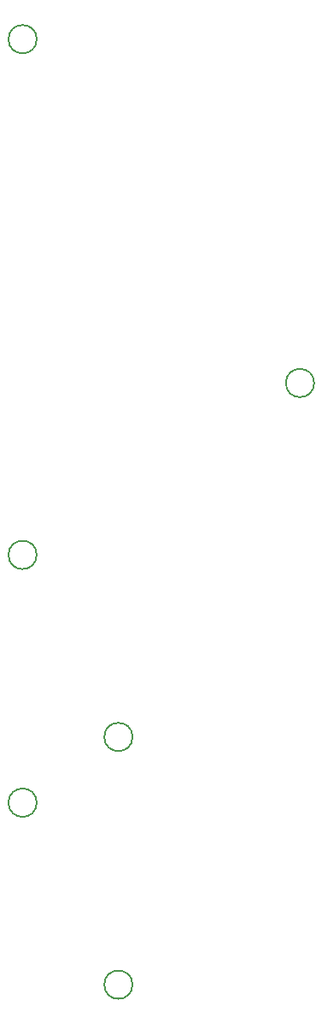
<source format=gbr>
%TF.GenerationSoftware,KiCad,Pcbnew,8.0.1-8.0.1-1~ubuntu22.04.1*%
%TF.CreationDate,2024-04-18T21:36:37+09:00*%
%TF.ProjectId,diy_oled_3d_controller,6469795f-6f6c-4656-945f-33645f636f6e,rev?*%
%TF.SameCoordinates,Original*%
%TF.FileFunction,Other,Comment*%
%FSLAX46Y46*%
G04 Gerber Fmt 4.6, Leading zero omitted, Abs format (unit mm)*
G04 Created by KiCad (PCBNEW 8.0.1-8.0.1-1~ubuntu22.04.1) date 2024-04-18 21:36:37*
%MOMM*%
%LPD*%
G01*
G04 APERTURE LIST*
%ADD10C,0.150000*%
G04 APERTURE END LIST*
D10*
%TO.C,H6*%
X105900000Y-131000000D02*
G75*
G02*
X103100000Y-131000000I-1400000J0D01*
G01*
X103100000Y-131000000D02*
G75*
G02*
X105900000Y-131000000I1400000J0D01*
G01*
%TO.C,H5*%
X96400000Y-113000000D02*
G75*
G02*
X93600000Y-113000000I-1400000J0D01*
G01*
X93600000Y-113000000D02*
G75*
G02*
X96400000Y-113000000I1400000J0D01*
G01*
%TO.C,H4*%
X105900000Y-106500000D02*
G75*
G02*
X103100000Y-106500000I-1400000J0D01*
G01*
X103100000Y-106500000D02*
G75*
G02*
X105900000Y-106500000I1400000J0D01*
G01*
%TO.C,H3*%
X96400000Y-88500000D02*
G75*
G02*
X93600000Y-88500000I-1400000J0D01*
G01*
X93600000Y-88500000D02*
G75*
G02*
X96400000Y-88500000I1400000J0D01*
G01*
%TO.C,H2*%
X123900000Y-71500000D02*
G75*
G02*
X121100000Y-71500000I-1400000J0D01*
G01*
X121100000Y-71500000D02*
G75*
G02*
X123900000Y-71500000I1400000J0D01*
G01*
%TO.C,H1*%
X96400000Y-37500000D02*
G75*
G02*
X93600000Y-37500000I-1400000J0D01*
G01*
X93600000Y-37500000D02*
G75*
G02*
X96400000Y-37500000I1400000J0D01*
G01*
%TD*%
M02*

</source>
